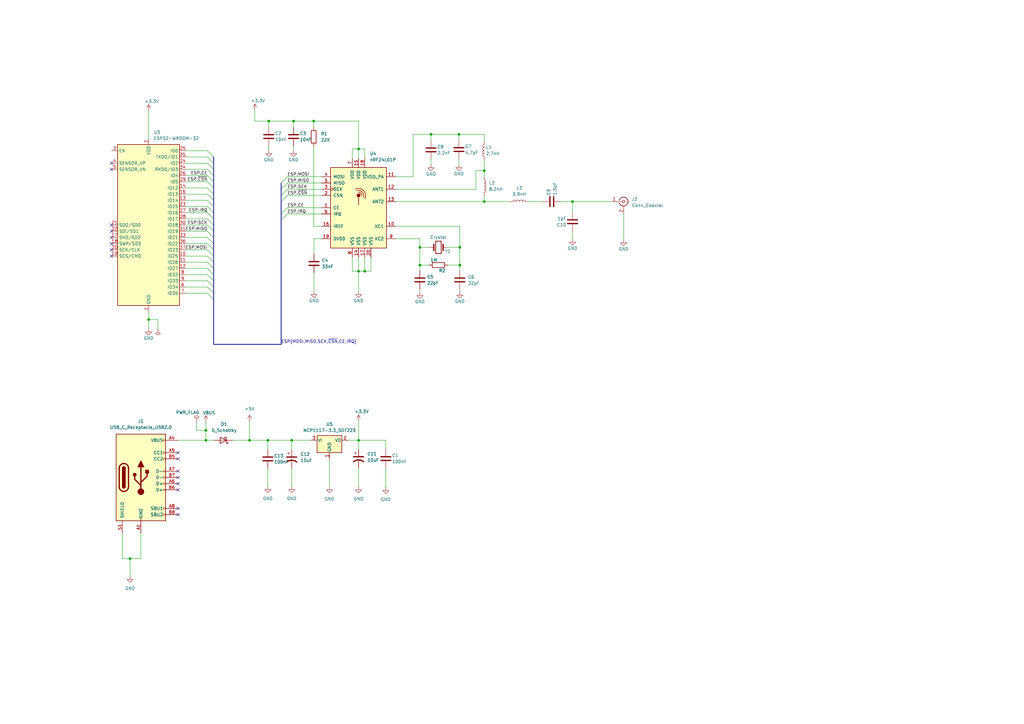
<source format=kicad_sch>
(kicad_sch (version 20211123) (generator eeschema)
  (paper "A3")
  (title_block (title "openDTU") (rev "1.0.1"))
  (lib_symbols
    (symbol "Connector:Conn_Coaxial" (pin_names (offset 1.016) hide)
      (property "Reference" "J" (at 0.254 3.048 0))
      (property "Value" "Conn_Coaxial" (at 2.921 0 90))
      (symbol "Conn_Coaxial_0_1"
        (arc (start -1.778 -0.508) (mid 0.2311 -1.8066) (end 1.778 0) (stroke (width 0.254)))
        (polyline (pts (xy -2.54 0) (xy -0.508 0)))
        (polyline (pts (xy 0 -2.54) (xy 0 -1.778)))
        (circle (center 0 0) (radius 0.508) (stroke (width 0.2032)))
        (arc (start 1.778 0) (mid 0.2099 1.8101) (end -1.778 0.508) (stroke (width 0.254)))
      )
      (symbol "Conn_Coaxial_1_1"
        (pin passive line (at -5.08 0 0) (length 2.54) (name "In") (number "1"))
        (pin passive line (at 0 -5.08 90) (length 2.54) (name "Ext") (number "2"))
      )
    )
    (symbol "Connector:USB_C_Receptacle_USB2.0" (pin_names (offset 1.016))
      (property "Reference" "J" (at -10.16 19.05 0))
      (property "Value" "USB_C_Receptacle_USB2.0" (at 19.05 19.05 0))
      (symbol "USB_C_Receptacle_USB2.0_0_0"
        (rectangle (start -0.254 -17.78) (end 0.254 -16.764))
        (rectangle (start 10.16 -14.986) (end 9.144 -15.494))
        (rectangle (start 10.16 -12.446) (end 9.144 -12.954))
        (rectangle (start 10.16 -4.826) (end 9.144 -5.334))
        (rectangle (start 10.16 -2.286) (end 9.144 -2.794))
        (rectangle (start 10.16 0.254) (end 9.144 -0.254))
        (rectangle (start 10.16 2.794) (end 9.144 2.286))
        (rectangle (start 10.16 7.874) (end 9.144 7.366))
        (rectangle (start 10.16 10.414) (end 9.144 9.906))
        (rectangle (start 10.16 15.494) (end 9.144 14.986))
      )
      (symbol "USB_C_Receptacle_USB2.0_0_1"
        (rectangle (start -10.16 17.78) (end 10.16 -17.78) (stroke (width 0.254)) (fill (type background)))
        (arc (start -8.89 -3.81) (mid -6.985 -5.715) (end -5.08 -3.81) (stroke (width 0.508)))
        (arc (start -7.62 -3.81) (mid -6.985 -4.445) (end -6.35 -3.81) (stroke (width 0.254)))
        (arc (start -7.62 -3.81) (mid -6.985 -4.445) (end -6.35 -3.81) (stroke (width 0.254)) (fill (type outline)))
        (rectangle (start -7.62 -3.81) (end -6.35 3.81) (stroke (width 0.254)) (fill (type outline)))
        (arc (start -6.35 3.81) (mid -6.985 4.445) (end -7.62 3.81) (stroke (width 0.254)))
        (arc (start -6.35 3.81) (mid -6.985 4.445) (end -7.62 3.81) (stroke (width 0.254)) (fill (type outline)))
        (arc (start -5.08 3.81) (mid -6.985 5.715) (end -8.89 3.81) (stroke (width 0.508)))
        (circle (center -2.54 1.143) (radius 0.635) (stroke (width 0.254)) (fill (type outline)))
        (circle (center 0 -5.842) (radius 1.27) (fill (type outline)))
        (polyline (pts (xy -8.89 -3.81) (xy -8.89 3.81)) (stroke (width 0.508)))
        (polyline (pts (xy -5.08 3.81) (xy -5.08 -3.81)) (stroke (width 0.508)))
        (polyline (pts (xy 0 -5.842) (xy 0 4.318)) (stroke (width 0.508)))
        (polyline (pts (xy 0 -3.302) (xy -2.54 -0.762) (xy -2.54 0.508)) (stroke (width 0.508)))
        (polyline (pts (xy 0 -2.032) (xy 2.54 0.508) (xy 2.54 1.778)) (stroke (width 0.508)))
        (polyline (pts (xy -1.27 4.318) (xy 0 6.858) (xy 1.27 4.318) (xy -1.27 4.318)) (stroke (width 0.254)) (fill (type outline)))
        (rectangle (start 1.905 1.778) (end 3.175 3.048) (stroke (width 0.254)) (fill (type outline)))
      )
      (symbol "USB_C_Receptacle_USB2.0_1_1"
        (pin passive line (at 0 -22.86 90) (length 5.08) (name "GND") (number "A1"))
        (pin passive line (at 0 -22.86 90) (length 5.08) hide (name "GND") (number "A12"))
        (pin passive line (at 15.24 15.24 180) (length 5.08) (name "VBUS") (number "A4"))
        (pin bidirectional line (at 15.24 10.16 180) (length 5.08) (name "CC1") (number "A5"))
        (pin bidirectional line (at 15.24 -2.54 180) (length 5.08) (name "D+") (number "A6"))
        (pin bidirectional line (at 15.24 2.54 180) (length 5.08) (name "D-") (number "A7"))
        (pin bidirectional line (at 15.24 -12.7 180) (length 5.08) (name "SBU1") (number "A8"))
        (pin passive line (at 15.24 15.24 180) (length 5.08) hide (name "VBUS") (number "A9"))
        (pin passive line (at 0 -22.86 90) (length 5.08) hide (name "GND") (number "B1"))
        (pin passive line (at 0 -22.86 90) (length 5.08) hide (name "GND") (number "B12"))
        (pin passive line (at 15.24 15.24 180) (length 5.08) hide (name "VBUS") (number "B4"))
        (pin bidirectional line (at 15.24 7.62 180) (length 5.08) (name "CC2") (number "B5"))
        (pin bidirectional line (at 15.24 -5.08 180) (length 5.08) (name "D+") (number "B6"))
        (pin bidirectional line (at 15.24 0 180) (length 5.08) (name "D-") (number "B7"))
        (pin bidirectional line (at 15.24 -15.24 180) (length 5.08) (name "SBU2") (number "B8"))
        (pin passive line (at 15.24 15.24 180) (length 5.08) hide (name "VBUS") (number "B9"))
        (pin passive line (at -7.62 -22.86 90) (length 5.08) (name "SHIELD") (number "S1"))
      )
    )
    (symbol "Device:C" (pin_numbers hide) (pin_names (offset 0.254))
      (property "Reference" "C" (at 0.635 2.54 0))
      (property "Value" "C" (at 0.635 -2.54 0))
      (symbol "C_0_1"
        (polyline (pts (xy -2.032 -0.762) (xy 2.032 -0.762)) (stroke (width 0.508)))
        (polyline (pts (xy -2.032 0.762) (xy 2.032 0.762)) (stroke (width 0.508)))
      )
      (symbol "C_1_1"
        (pin passive line (at 0 3.81 270) (length 2.794) (name "~") (number "1"))
        (pin passive line (at 0 -3.81 90) (length 2.794) (name "~") (number "2"))
      )
    )
    (symbol "Device:C_Polarized_US" (pin_numbers hide) (pin_names (offset 0.254) hide)
      (property "Reference" "C" (at 0.635 2.54 0))
      (property "Value" "C_Polarized_US" (at 0.635 -2.54 0))
      (symbol "C_Polarized_US_0_1"
        (polyline (pts (xy -2.032 0.762) (xy 2.032 0.762)) (stroke (width 0.508)))
        (polyline (pts (xy -1.778 2.286) (xy -0.762 2.286)))
        (polyline (pts (xy -1.27 1.778) (xy -1.27 2.794)))
        (arc (start 2.032 -1.27) (mid 0 -0.5572) (end -2.032 -1.27) (stroke (width 0.508)))
      )
      (symbol "C_Polarized_US_1_1"
        (pin passive line (at 0 3.81 270) (length 2.794) (name "~") (number "1"))
        (pin passive line (at 0 -3.81 90) (length 3.302) (name "~") (number "2"))
      )
    )
    (symbol "Device:Crystal" (pin_numbers hide) (pin_names (offset 1.016) hide)
      (property "Reference" "Y" (at 0 3.81 0))
      (property "Value" "Crystal" (at 0 -3.81 0))
      (symbol "Crystal_0_1"
        (rectangle (start -1.143 2.54) (end 1.143 -2.54) (stroke (width 0.3048)))
        (polyline (pts (xy -2.54 0) (xy -1.905 0)))
        (polyline (pts (xy -1.905 -1.27) (xy -1.905 1.27)) (stroke (width 0.508)))
        (polyline (pts (xy 1.905 -1.27) (xy 1.905 1.27)) (stroke (width 0.508)))
        (polyline (pts (xy 2.54 0) (xy 1.905 0)))
      )
      (symbol "Crystal_1_1"
        (pin passive line (at -3.81 0 0) (length 1.27) (name "1") (number "1"))
        (pin passive line (at 3.81 0 180) (length 1.27) (name "2") (number "2"))
      )
    )
    (symbol "Device:D_Schottky" (pin_numbers hide) (pin_names (offset 1.016) hide)
      (property "Reference" "D" (at 0 2.54 0))
      (property "Value" "D_Schottky" (at 0 -2.54 0))
      (symbol "D_Schottky_0_1"
        (polyline (pts (xy 1.27 0) (xy -1.27 0)))
        (polyline (pts (xy 1.27 1.27) (xy 1.27 -1.27) (xy -1.27 0) (xy 1.27 1.27)) (stroke (width 0.254)))
        (polyline (pts (xy -1.905 0.635) (xy -1.905 1.27) (xy -1.27 1.27) (xy -1.27 -1.27) (xy -0.635 -1.27) (xy -0.635 -0.635)) (stroke (width 0.254)))
      )
      (symbol "D_Schottky_1_1"
        (pin passive line (at -3.81 0 0) (length 2.54) (name "K") (number "1"))
        (pin passive line (at 3.81 0 180) (length 2.54) (name "A") (number "2"))
      )
    )
    (symbol "Device:L" (pin_numbers hide) (pin_names (offset 1.016) hide)
      (property "Reference" "L" (at -1.27 0 90))
      (property "Value" "L" (at 1.905 0 90))
      (symbol "L_0_1"
        (arc (start 0 -2.54) (mid 0.635 -1.905) (end 0 -1.27))
        (arc (start 0 -1.27) (mid 0.635 -0.635) (end 0 0))
        (arc (start 0 0) (mid 0.635 0.635) (end 0 1.27))
        (arc (start 0 1.27) (mid 0.635 1.905) (end 0 2.54))
      )
      (symbol "L_1_1"
        (pin passive line (at 0 3.81 270) (length 1.27) (name "1") (number "1"))
        (pin passive line (at 0 -3.81 90) (length 1.27) (name "2") (number "2"))
      )
    )
    (symbol "Device:R" (pin_numbers hide) (pin_names (offset 0))
      (property "Reference" "R" (at 2.032 0 90))
      (property "Value" "R" (at 0 0 90))
      (symbol "R_0_1"
        (rectangle (start -1.016 -2.54) (end 1.016 2.54) (stroke (width 0.254)))
      )
      (symbol "R_1_1"
        (pin passive line (at 0 3.81 270) (length 1.27) (name "~") (number "1"))
        (pin passive line (at 0 -3.81 90) (length 1.27) (name "~") (number "2"))
      )
    )
    (symbol "RF:nRF24L01P" (pin_names (offset 1.016))
      (property "Reference" "U" (at -11.43 17.78 0))
      (property "Value" "nRF24L01P" (at 5.08 17.78 0))
      (symbol "nRF24L01P_0_1"
        (rectangle (start -11.43 16.51) (end 11.43 -16.51) (stroke (width 0.254)) (fill (type background)))
        (polyline (pts (xy 0 4.445) (xy 0 1.27)) (stroke (width 0.254)))
        (circle (center 0 5.08) (radius 0.635) (stroke (width 0.254)) (fill (type outline)))
        (arc (start 1.27 5.08) (mid 0.9071 5.9946) (end 0 6.35) (stroke (width 0.254)))
        (arc (start 1.905 4.445) (mid 1.4313 6.5254) (end -0.635 6.985) (stroke (width 0.254)))
        (arc (start 2.54 3.81) (mid 2.008 7.088) (end -1.27 7.62) (stroke (width 0.254)))
        (rectangle (start 11.43 -13.97) (end 11.43 -13.97))
      )
      (symbol "nRF24L01P_1_1"
        (pin input line (at -15.24 0 0) (length 3.81) (name "CE") (number "1"))
        (pin passive line (at 15.24 -7.62 180) (length 3.81) (name "XC1") (number "10"))
        (pin power_out line (at 15.24 12.7 180) (length 3.81) (name "VDD_PA") (number "11"))
        (pin passive line (at 15.24 7.62 180) (length 3.81) (name "ANT1") (number "12"))
        (pin passive line (at 15.24 2.54 180) (length 3.81) (name "ANT2") (number "13"))
        (pin power_in line (at 0 -20.32 90) (length 3.81) (name "VSS") (number "14"))
        (pin power_in line (at 0 20.32 270) (length 3.81) (name "VDD") (number "15"))
        (pin passive line (at -15.24 -7.62 0) (length 3.81) (name "IREF") (number "16"))
        (pin power_in line (at 2.54 -20.32 90) (length 3.81) (name "VSS") (number "17"))
        (pin power_in line (at 2.54 20.32 270) (length 3.81) (name "VDD") (number "18"))
        (pin power_out line (at -15.24 -12.7 0) (length 3.81) (name "DVDD") (number "19"))
        (pin input line (at -15.24 5.08 0) (length 3.81) (name "CSN") (number "2"))
        (pin power_in line (at 5.08 -20.32 90) (length 3.81) (name "VSS") (number "20"))
        (pin input clock (at -15.24 7.62 0) (length 3.81) (name "SCK") (number "3"))
        (pin input line (at -15.24 12.7 0) (length 3.81) (name "MOSI") (number "4"))
        (pin output line (at -15.24 10.16 0) (length 3.81) (name "MISO") (number "5"))
        (pin output line (at -15.24 -2.54 0) (length 3.81) (name "IRQ") (number "6"))
        (pin power_in line (at -2.54 20.32 270) (length 3.81) (name "VDD") (number "7"))
        (pin power_in line (at -2.54 -20.32 90) (length 3.81) (name "VSS") (number "8"))
        (pin passive line (at 15.24 -12.7 180) (length 3.81) (name "XC2") (number "9"))
      )
    )
    (symbol "RF_Module:ESP32-WROOM-32"
      (property "Reference" "U" (at -12.7 34.29 0))
      (property "Value" "ESP32-WROOM-32" (at 1.27 34.29 0))
      (symbol "ESP32-WROOM-32_0_1"
        (rectangle (start -12.7 33.02) (end 12.7 -33.02) (stroke (width 0.254)) (fill (type background)))
      )
      (symbol "ESP32-WROOM-32_1_1"
        (pin power_in line (at 0 -35.56 90) (length 2.54) (name "GND") (number "1"))
        (pin bidirectional line (at 15.24 -12.7 180) (length 2.54) (name "IO25") (number "10"))
        (pin bidirectional line (at 15.24 -15.24 180) (length 2.54) (name "IO26") (number "11"))
        (pin bidirectional line (at 15.24 -17.78 180) (length 2.54) (name "IO27") (number "12"))
        (pin bidirectional line (at 15.24 10.16 180) (length 2.54) (name "IO14") (number "13"))
        (pin bidirectional line (at 15.24 15.24 180) (length 2.54) (name "IO12") (number "14"))
        (pin passive line (at 0 -35.56 90) (length 2.54) hide (name "GND") (number "15"))
        (pin bidirectional line (at 15.24 12.7 180) (length 2.54) (name "IO13") (number "16"))
        (pin bidirectional line (at -15.24 -5.08 0) (length 2.54) (name "SHD/SD2") (number "17"))
        (pin bidirectional line (at -15.24 -7.62 0) (length 2.54) (name "SWP/SD3") (number "18"))
        (pin bidirectional line (at -15.24 -12.7 0) (length 2.54) (name "SCS/CMD") (number "19"))
        (pin power_in line (at 0 35.56 270) (length 2.54) (name "VDD") (number "2"))
        (pin bidirectional line (at -15.24 -10.16 0) (length 2.54) (name "SCK/CLK") (number "20"))
        (pin bidirectional line (at -15.24 0 0) (length 2.54) (name "SDO/SD0") (number "21"))
        (pin bidirectional line (at -15.24 -2.54 0) (length 2.54) (name "SDI/SD1") (number "22"))
        (pin bidirectional line (at 15.24 7.62 180) (length 2.54) (name "IO15") (number "23"))
        (pin bidirectional line (at 15.24 25.4 180) (length 2.54) (name "IO2") (number "24"))
        (pin bidirectional line (at 15.24 30.48 180) (length 2.54) (name "IO0") (number "25"))
        (pin bidirectional line (at 15.24 20.32 180) (length 2.54) (name "IO4") (number "26"))
        (pin bidirectional line (at 15.24 5.08 180) (length 2.54) (name "IO16") (number "27"))
        (pin bidirectional line (at 15.24 2.54 180) (length 2.54) (name "IO17") (number "28"))
        (pin bidirectional line (at 15.24 17.78 180) (length 2.54) (name "IO5") (number "29"))
        (pin input line (at -15.24 30.48 0) (length 2.54) (name "EN") (number "3"))
        (pin bidirectional line (at 15.24 0 180) (length 2.54) (name "IO18") (number "30"))
        (pin bidirectional line (at 15.24 -2.54 180) (length 2.54) (name "IO19") (number "31"))
        (pin no_connect line (at -12.7 -27.94 0) (length 2.54) hide (name "NC") (number "32"))
        (pin bidirectional line (at 15.24 -5.08 180) (length 2.54) (name "IO21") (number "33"))
        (pin bidirectional line (at 15.24 22.86 180) (length 2.54) (name "RXD0/IO3") (number "34"))
        (pin bidirectional line (at 15.24 27.94 180) (length 2.54) (name "TXD0/IO1") (number "35"))
        (pin bidirectional line (at 15.24 -7.62 180) (length 2.54) (name "IO22") (number "36"))
        (pin bidirectional line (at 15.24 -10.16 180) (length 2.54) (name "IO23") (number "37"))
        (pin passive line (at 0 -35.56 90) (length 2.54) hide (name "GND") (number "38"))
        (pin passive line (at 0 -35.56 90) (length 2.54) hide (name "GND") (number "39"))
        (pin input line (at -15.24 25.4 0) (length 2.54) (name "SENSOR_VP") (number "4"))
        (pin input line (at -15.24 22.86 0) (length 2.54) (name "SENSOR_VN") (number "5"))
        (pin input line (at 15.24 -25.4 180) (length 2.54) (name "IO34") (number "6"))
        (pin input line (at 15.24 -27.94 180) (length 2.54) (name "IO35") (number "7"))
        (pin bidirectional line (at 15.24 -20.32 180) (length 2.54) (name "IO32") (number "8"))
        (pin bidirectional line (at 15.24 -22.86 180) (length 2.54) (name "IO33") (number "9"))
      )
    )
    (symbol "Regulator_Linear:NCP1117-3.3_SOT223" (pin_names (offset 0.254))
      (property "Reference" "U" (at -3.81 3.175 0))
      (property "Value" "NCP1117-3.3_SOT223" (at 0 3.175 0))
      (symbol "NCP1117-3.3_SOT223_0_1"
        (rectangle (start -5.08 -5.08) (end 5.08 1.905) (stroke (width 0.254)) (fill (type background)))
      )
      (symbol "NCP1117-3.3_SOT223_1_1"
        (pin power_in line (at 0 -7.62 90) (length 2.54) (name "GND") (number "1"))
        (pin power_out line (at 7.62 0 180) (length 2.54) (name "VO") (number "2"))
        (pin power_in line (at -7.62 0 0) (length 2.54) (name "VI") (number "3"))
      )
    )
    (symbol "power:+3.3V" (power) (pin_names (offset 0))
      (property "Value" "+3.3V" (at 0 3.556 0))
      (symbol "+3.3V_0_1"
        (polyline (pts (xy -0.762 1.27) (xy 0 2.54)))
        (polyline (pts (xy 0 0) (xy 0 2.54)))
        (polyline (pts (xy 0 2.54) (xy 0.762 1.27)))
      )
      (symbol "+3.3V_1_1"
        (pin power_in line (at 0 0 90) (length 0) hide (name "+3.3V") (number "1"))
      )
    )
    (symbol "power:+5V" (power) (pin_names (offset 0))
      (property "Value" "+5V" (at 0 3.556 0))
      (symbol "+5V_0_1"
        (polyline (pts (xy -0.762 1.27) (xy 0 2.54)))
        (polyline (pts (xy 0 0) (xy 0 2.54)))
        (polyline (pts (xy 0 2.54) (xy 0.762 1.27)))
      )
      (symbol "+5V_1_1"
        (pin power_in line (at 0 0 90) (length 0) hide (name "+5V") (number "1"))
      )
    )
    (symbol "power:GND" (power) (pin_names (offset 0))
      (property "Value" "GND" (at 0 -3.81 0))
      (symbol "GND_0_1"
        (polyline (pts (xy 0 0) (xy 0 -1.27) (xy 1.27 -1.27) (xy 0 -2.54) (xy -1.27 -1.27) (xy 0 -1.27)))
      )
      (symbol "GND_1_1"
        (pin power_in line (at 0 0 270) (length 0) hide (name "GND") (number "1"))
      )
    )
    (symbol "power:PWR_FLAG" (power) (pin_numbers hide) (pin_names (offset 0) hide)
      (property "Value" "PWR_FLAG" (at 0 3.81 0))
      (symbol "PWR_FLAG_0_0"
        (pin power_out line (at 0 0 90) (length 0) (name "pwr") (number "1"))
      )
      (symbol "PWR_FLAG_0_1"
        (polyline (pts (xy 0 0) (xy 0 1.27) (xy -1.016 1.905) (xy 0 2.54) (xy 1.016 1.905) (xy 0 1.27)))
      )
    )
    (symbol "power:VBUS" (power) (pin_names (offset 0))
      (property "Value" "VBUS" (at 0 3.81 0))
      (symbol "VBUS_0_1"
        (polyline (pts (xy -0.762 1.27) (xy 0 2.54)))
        (polyline (pts (xy 0 0) (xy 0 2.54)))
        (polyline (pts (xy 0 2.54) (xy 0.762 1.27)))
      )
      (symbol "VBUS_1_1"
        (pin power_in line (at 0 0 90) (length 0) hide (name "VBUS") (number "1"))
      )
    )
  )
  (bus_alias "ESP32" (members "MOSI" "MISO" "SCK" "CE" "IRQ" "~{CSN}"))
  (junction (at 119.634 180.594))
  (junction (at 84.455 176.53))
  (junction (at 149.606 111.252))
  (junction (at 188.595 101.473))
  (junction (at 147.066 180.594))
  (junction (at 172.212 101.473))
  (junction (at 172.212 108.712))
  (junction (at 176.784 55.118))
  (junction (at 120.396 49.657))
  (junction (at 84.455 180.594))
  (junction (at 198.628 82.677))
  (junction (at 60.96 131.064))
  (junction (at 128.651 49.657))
  (junction (at 198.628 69.977))
  (junction (at 102.362 180.594))
  (junction (at 234.823 82.677))
  (junction (at 110.236 49.657))
  (junction (at 147.066 61.087))
  (junction (at 188.214 55.118))
  (junction (at 53.34 229.108))
  (junction (at 109.855 180.594))
  (junction (at 188.595 108.712))
  (junction (at 147.066 111.252))
  (no_connect (at 45.72 105.029))
  (no_connect (at 45.72 102.489))
  (no_connect (at 45.72 97.409))
  (no_connect (at 45.72 94.869))
  (no_connect (at 45.72 99.949))
  (no_connect (at 45.72 92.329))
  (no_connect (at 45.72 66.929))
  (no_connect (at 45.72 69.469))
  (no_connect (at 73.025 198.374))
  (no_connect (at 73.025 200.914))
  (no_connect (at 73.025 208.534))
  (no_connect (at 73.025 211.074))
  (no_connect (at 73.025 185.674))
  (no_connect (at 73.025 188.214))
  (no_connect (at 73.025 193.294))
  (no_connect (at 73.025 195.834))
  (bus_entry (at 115.316 82.677) (size 2.54 -2.54))
  (bus_entry (at 115.316 80.137) (size 2.54 -2.54))
  (bus_entry (at 115.316 75.057) (size 2.54 -2.54))
  (bus_entry (at 115.316 77.597) (size 2.54 -2.54))
  (bus_entry (at 115.316 87.757) (size 2.54 -2.54))
  (bus_entry (at 115.316 90.297) (size 2.54 -2.54))
  (bus_entry (at 85.09 84.709) (size 2.54 2.54))
  (bus_entry (at 85.09 82.169) (size 2.54 2.54))
  (bus_entry (at 85.09 79.629) (size 2.54 2.54))
  (bus_entry (at 85.09 97.409) (size 2.54 2.54))
  (bus_entry (at 85.09 110.109) (size 2.54 2.54))
  (bus_entry (at 85.09 107.569) (size 2.54 2.54))
  (bus_entry (at 85.09 117.729) (size 2.54 2.54))
  (bus_entry (at 85.09 120.269) (size 2.54 2.54))
  (bus_entry (at 85.09 115.189) (size 2.54 2.54))
  (bus_entry (at 85.09 112.649) (size 2.54 2.54))
  (bus_entry (at 85.09 105.029) (size 2.54 2.54))
  (bus_entry (at 85.09 99.949) (size 2.54 2.54))
  (bus_entry (at 85.09 69.469) (size 2.54 2.54))
  (bus_entry (at 85.09 77.089) (size 2.54 2.54))
  (bus_entry (at 85.09 64.389) (size 2.54 2.54))
  (bus_entry (at 85.09 66.929) (size 2.54 2.54))
  (bus_entry (at 85.09 61.849) (size 2.54 2.54))
  (bus_entry (at 85.09 94.869) (size 2.54 2.54))
  (bus_entry (at 85.09 74.549) (size 2.54 2.54))
  (bus_entry (at 85.09 102.489) (size 2.54 2.54))
  (bus_entry (at 85.09 92.329) (size 2.54 2.54))
  (bus_entry (at 85.09 87.249) (size 2.54 2.54))
  (bus_entry (at 85.09 72.009) (size 2.54 2.54))
  (bus_entry (at 85.09 89.789) (size 2.54 2.54))
  (wire (pts (xy 76.2 92.329) (xy 85.09 92.329)))
  (wire (pts (xy 76.2 61.849) (xy 85.09 61.849)))
  (bus (pts (xy 87.63 94.869) (xy 87.63 97.409)))
  (wire (pts (xy 76.2 74.549) (xy 85.09 74.549)))
  (wire (pts (xy 149.606 111.252) (xy 147.066 111.252)))
  (wire (pts (xy 188.595 108.712) (xy 188.595 110.998)))
  (bus (pts (xy 87.63 115.189) (xy 87.63 117.729)))
  (wire (pts (xy 117.856 85.217) (xy 131.826 85.217)))
  (wire (pts (xy 84.455 180.594) (xy 84.455 176.53)))
  (wire (pts (xy 76.2 112.649) (xy 85.09 112.649)))
  (bus (pts (xy 87.63 77.089) (xy 87.63 79.629)))
  (wire (pts (xy 135.128 188.214) (xy 135.128 199.644)))
  (wire (pts (xy 147.066 105.537) (xy 147.066 111.252)))
  (wire (pts (xy 158.242 180.594) (xy 147.066 180.594)))
  (wire (pts (xy 234.823 82.677) (xy 250.698 82.677)))
  (wire (pts (xy 117.856 72.517) (xy 131.826 72.517)))
  (wire (pts (xy 147.066 172.72) (xy 147.066 180.594)))
  (wire (pts (xy 198.628 57.912) (xy 198.628 55.118)))
  (wire (pts (xy 128.778 111.887) (xy 128.778 119.507)))
  (wire (pts (xy 76.2 97.409) (xy 85.09 97.409)))
  (wire (pts (xy 158.242 191.897) (xy 158.242 199.898)))
  (wire (pts (xy 80.645 176.53) (xy 84.455 176.53)))
  (wire (pts (xy 188.595 108.712) (xy 183.642 108.712)))
  (wire (pts (xy 57.785 218.694) (xy 57.785 229.108)))
  (bus (pts (xy 87.63 122.809) (xy 87.63 141.224)))
  (wire (pts (xy 198.628 69.977) (xy 198.628 72.517)))
  (bus (pts (xy 87.63 92.329) (xy 87.63 94.869)))
  (bus (pts (xy 87.63 141.224) (xy 115.316 141.224)))
  (wire (pts (xy 216.789 82.677) (xy 222.504 82.677)))
  (wire (pts (xy 76.2 102.489) (xy 85.09 102.489)))
  (wire (pts (xy 76.2 69.469) (xy 85.09 69.469)))
  (wire (pts (xy 110.236 49.657) (xy 120.396 49.657)))
  (wire (pts (xy 172.212 118.618) (xy 172.212 119.888)))
  (wire (pts (xy 120.396 49.657) (xy 128.651 49.657)))
  (wire (pts (xy 172.212 108.712) (xy 176.022 108.712)))
  (wire (pts (xy 76.2 110.109) (xy 85.09 110.109)))
  (bus (pts (xy 87.63 79.629) (xy 87.63 82.169)))
  (wire (pts (xy 60.96 45.466) (xy 60.96 56.769)))
  (wire (pts (xy 234.823 94.742) (xy 234.823 98.044)))
  (wire (pts (xy 188.214 65.151) (xy 188.214 67.437)))
  (wire (pts (xy 76.2 115.189) (xy 85.09 115.189)))
  (wire (pts (xy 195.199 69.977) (xy 198.628 69.977)))
  (wire (pts (xy 95.377 180.594) (xy 102.362 180.594)))
  (wire (pts (xy 176.784 57.658) (xy 176.784 55.118)))
  (wire (pts (xy 117.856 77.597) (xy 131.826 77.597)))
  (wire (pts (xy 50.165 229.108) (xy 53.34 229.108)))
  (wire (pts (xy 53.34 229.108) (xy 57.785 229.108)))
  (wire (pts (xy 109.855 180.594) (xy 109.855 184.404)))
  (wire (pts (xy 117.856 75.057) (xy 131.826 75.057)))
  (wire (pts (xy 255.778 87.757) (xy 255.778 98.298)))
  (wire (pts (xy 84.455 180.594) (xy 87.757 180.594)))
  (bus (pts (xy 87.63 112.649) (xy 87.63 115.189)))
  (wire (pts (xy 128.778 97.917) (xy 128.778 104.267)))
  (wire (pts (xy 104.521 45.212) (xy 104.521 49.657)))
  (bus (pts (xy 87.63 110.109) (xy 87.63 112.649)))
  (bus (pts (xy 87.63 84.709) (xy 87.63 87.249)))
  (wire (pts (xy 128.651 59.944) (xy 128.651 92.837)))
  (wire (pts (xy 198.628 80.137) (xy 198.628 82.677)))
  (bus (pts (xy 87.63 105.029) (xy 87.63 107.569)))
  (wire (pts (xy 53.34 236.347) (xy 53.34 229.108)))
  (wire (pts (xy 149.606 61.087) (xy 147.066 61.087)))
  (wire (pts (xy 76.2 77.089) (xy 85.09 77.089)))
  (bus (pts (xy 115.316 75.057) (xy 115.316 77.597)))
  (wire (pts (xy 147.066 61.087) (xy 147.066 64.897)))
  (wire (pts (xy 188.595 118.618) (xy 188.595 119.761)))
  (wire (pts (xy 144.526 105.537) (xy 144.526 111.252)))
  (wire (pts (xy 172.212 108.712) (xy 172.212 110.998)))
  (wire (pts (xy 64.77 131.064) (xy 64.77 134.874)))
  (wire (pts (xy 188.214 55.118) (xy 198.628 55.118)))
  (wire (pts (xy 152.146 111.252) (xy 149.606 111.252)))
  (bus (pts (xy 87.63 66.929) (xy 87.63 69.469)))
  (wire (pts (xy 152.146 105.537) (xy 152.146 111.252)))
  (wire (pts (xy 172.212 101.473) (xy 176.022 101.473)))
  (wire (pts (xy 76.2 107.569) (xy 85.09 107.569)))
  (wire (pts (xy 230.124 82.677) (xy 234.823 82.677)))
  (wire (pts (xy 73.025 180.594) (xy 84.455 180.594)))
  (wire (pts (xy 50.165 229.108) (xy 50.165 218.694)))
  (wire (pts (xy 109.855 180.594) (xy 119.634 180.594)))
  (bus (pts (xy 87.63 99.949) (xy 87.63 102.489)))
  (wire (pts (xy 144.526 61.087) (xy 147.066 61.087)))
  (wire (pts (xy 147.066 191.897) (xy 147.066 199.644)))
  (wire (pts (xy 147.066 49.657) (xy 147.066 61.087)))
  (wire (pts (xy 195.199 77.597) (xy 195.199 69.977)))
  (wire (pts (xy 60.96 127.889) (xy 60.96 131.064)))
  (wire (pts (xy 128.651 92.837) (xy 131.826 92.837)))
  (wire (pts (xy 76.2 120.269) (xy 85.09 120.269)))
  (wire (pts (xy 104.521 49.657) (xy 110.236 49.657)))
  (wire (pts (xy 198.628 65.532) (xy 198.628 69.977)))
  (wire (pts (xy 119.634 180.594) (xy 127.508 180.594)))
  (bus (pts (xy 115.316 80.137) (xy 115.316 82.677)))
  (wire (pts (xy 76.2 84.709) (xy 85.09 84.709)))
  (wire (pts (xy 172.212 97.917) (xy 172.212 101.473)))
  (wire (pts (xy 76.2 72.009) (xy 85.09 72.009)))
  (bus (pts (xy 115.316 82.677) (xy 115.316 87.757)))
  (wire (pts (xy 172.212 101.473) (xy 172.212 108.712)))
  (wire (pts (xy 60.96 131.064) (xy 60.96 134.874)))
  (bus (pts (xy 87.63 87.249) (xy 87.63 89.789)))
  (wire (pts (xy 169.418 72.517) (xy 162.306 72.517)))
  (wire (pts (xy 110.236 49.657) (xy 110.236 52.197)))
  (wire (pts (xy 158.242 184.277) (xy 158.242 180.594)))
  (wire (pts (xy 76.2 87.249) (xy 85.09 87.249)))
  (bus (pts (xy 87.63 74.549) (xy 87.63 77.089)))
  (bus (pts (xy 87.63 120.269) (xy 87.63 122.809)))
  (wire (pts (xy 198.628 82.677) (xy 209.169 82.677)))
  (wire (pts (xy 162.306 97.917) (xy 172.212 97.917)))
  (wire (pts (xy 176.784 65.278) (xy 176.784 67.564)))
  (bus (pts (xy 87.63 107.569) (xy 87.63 110.109)))
  (wire (pts (xy 169.418 55.118) (xy 176.784 55.118)))
  (wire (pts (xy 183.642 101.473) (xy 188.595 101.473)))
  (bus (pts (xy 87.63 69.469) (xy 87.63 72.009)))
  (wire (pts (xy 110.236 59.817) (xy 110.236 61.722)))
  (wire (pts (xy 131.826 97.917) (xy 128.778 97.917)))
  (wire (pts (xy 76.2 64.389) (xy 85.09 64.389)))
  (bus (pts (xy 115.316 77.597) (xy 115.316 80.137)))
  (bus (pts (xy 87.63 102.489) (xy 87.63 105.029)))
  (wire (pts (xy 147.066 180.594) (xy 147.066 184.277)))
  (wire (pts (xy 76.2 79.629) (xy 85.09 79.629)))
  (wire (pts (xy 76.2 94.869) (xy 85.09 94.869)))
  (wire (pts (xy 76.2 117.729) (xy 85.09 117.729)))
  (wire (pts (xy 162.306 92.837) (xy 188.595 92.837)))
  (wire (pts (xy 117.856 87.757) (xy 131.826 87.757)))
  (wire (pts (xy 119.634 192.024) (xy 119.634 199.517)))
  (wire (pts (xy 76.2 99.949) (xy 85.09 99.949)))
  (wire (pts (xy 109.855 192.024) (xy 109.855 199.517)))
  (wire (pts (xy 162.306 77.597) (xy 195.199 77.597)))
  (wire (pts (xy 149.606 64.897) (xy 149.606 61.087)))
  (wire (pts (xy 188.595 101.473) (xy 188.595 108.712)))
  (wire (pts (xy 147.066 111.252) (xy 147.066 119.507)))
  (wire (pts (xy 234.823 82.677) (xy 234.823 87.122)))
  (bus (pts (xy 115.316 90.297) (xy 115.316 141.224)))
  (bus (pts (xy 87.63 89.789) (xy 87.63 92.329)))
  (wire (pts (xy 76.2 66.929) (xy 85.09 66.929)))
  (wire (pts (xy 149.606 105.537) (xy 149.606 111.252)))
  (wire (pts (xy 169.418 55.118) (xy 169.418 72.517)))
  (wire (pts (xy 188.214 57.531) (xy 188.214 55.118)))
  (wire (pts (xy 128.651 49.657) (xy 147.066 49.657)))
  (bus (pts (xy 87.63 64.389) (xy 87.63 66.929)))
  (wire (pts (xy 188.595 92.837) (xy 188.595 101.473)))
  (wire (pts (xy 144.526 111.252) (xy 147.066 111.252)))
  (wire (pts (xy 120.396 59.817) (xy 120.396 61.722)))
  (bus (pts (xy 115.316 87.757) (xy 115.316 90.297)))
  (bus (pts (xy 87.63 82.169) (xy 87.63 84.709)))
  (wire (pts (xy 80.645 172.974) (xy 80.645 176.53)))
  (wire (pts (xy 144.526 64.897) (xy 144.526 61.087)))
  (bus (pts (xy 87.63 117.729) (xy 87.63 120.269)))
  (wire (pts (xy 102.362 172.847) (xy 102.362 180.594)))
  (wire (pts (xy 162.306 82.677) (xy 198.628 82.677)))
  (wire (pts (xy 117.856 80.137) (xy 131.826 80.137)))
  (wire (pts (xy 142.748 180.594) (xy 147.066 180.594)))
  (wire (pts (xy 64.77 131.064) (xy 60.96 131.064)))
  (wire (pts (xy 102.362 180.594) (xy 109.855 180.594)))
  (bus (pts (xy 87.63 72.009) (xy 87.63 74.422)))
  (wire (pts (xy 119.634 180.594) (xy 119.634 184.404)))
  (wire (pts (xy 176.784 55.118) (xy 188.214 55.118)))
  (wire (pts (xy 76.2 105.029) (xy 85.09 105.029)))
  (wire (pts (xy 120.396 49.657) (xy 120.396 52.197)))
  (wire (pts (xy 76.2 89.789) (xy 85.09 89.789)))
  (wire (pts (xy 84.455 176.53) (xy 84.455 172.974)))
  (wire (pts (xy 76.2 82.169) (xy 85.09 82.169)))
  (bus (pts (xy 87.63 97.409) (xy 87.63 99.949)))
  (wire (pts (xy 128.651 49.657) (xy 128.651 52.324)))
  (label "ESP.SCK" (at 117.856 77.597 0))
  (label "ESP.IRQ" (at 85.09 87.249 180))
  (label "ESP.MISO" (at 85.09 94.869 180))
  (label "ESP.~{CSN}" (at 117.856 80.137 0))
  (label "ESP.MISO" (at 117.856 75.057 0))
  (label "ESP.MOSI" (at 117.856 72.517 0))
  (label "ESP{MOSI,MISO,SCK,~{CSN},CE,IRQ}" (at 115.316 141.097 0))
  (label "ESP.MOSI" (at 85.09 102.489 180))
  (label "ESP.SCK" (at 85.09 92.329 180))
  (label "ESP.~{CSN}" (at 85.09 74.549 180))
  (label "ESP.IRQ" (at 117.856 87.757 0))
  (label "ESP.CE" (at 117.856 85.217 0))
  (label "ESP.CE" (at 85.09 72.009 180))
  (symbol (lib_id "power:PWR_FLAG") (at 80.645 172.974 0) (unit 1)
    (property "Reference" "#FLG0101" (effects hide))
    (property "Value" "PWR_FLAG" (at 76.962 169.164 0))
  )
  (symbol (lib_id "power:GND") (at 53.34 236.347 0) (unit 1)
    (property "Reference" "#PWR013" (effects hide))
    (property "Value" "GND" (at 53.34 241.3 0))
  )
  (symbol (lib_id "power:GND") (at 255.778 98.298 0) (unit 1)
    (property "Reference" "#PWR0108" (effects hide))
    (property "Value" "GND" (at 255.778 102.108 0))
  )
  (symbol (lib_id "power:GND") (at 120.396 61.722 0) (unit 1)
    (property "Reference" "#PWR0101" (effects hide))
    (property "Value" "GND" (at 120.396 65.532 0))
  )
  (symbol (lib_id "Device:C") (at 188.214 61.341 0) (unit 1)
    (property "Reference" "C7" (at 190.754 60.071 0) (effects (justify left)))
    (property "Value" "4.7pF" (at 190.754 62.611 0) (effects (justify left)))
    (property "Footprint" "Capacitor_SMD:C_0603_1608Metric_Pad1.08x0.95mm_HandSolder" (effects hide))
  )
  (symbol (lib_id "power:GND") (at 110.236 61.722 0) (unit 1)
    (property "Reference" "#PWR0103" (effects hide))
    (property "Value" "GND" (at 110.236 65.532 0))
  )
  (symbol (lib_id "Device:Crystal") (at 179.832 101.473 0) (unit 1)
    (property "Reference" "Y1" (at 183.642 102.997 0))
    (property "Value" "Crystal" (at 179.832 97.282 0))
    (property "Footprint" "Crystal:Crystal_SMD_3225-4Pin_3.2x2.5mm" (effects hide))
  )
  (symbol (lib_id "Device:R") (at 179.832 108.712 90) (unit 1)
    (property "Reference" "R2" (at 181.356 110.998 90))
    (property "Value" "1M" (at 177.927 106.68 90))
    (property "Footprint" "Resistor_SMD:R_0603_1608Metric_Pad0.98x0.95mm_HandSolder" (effects hide))
  )
  (symbol (lib_id "Device:C") (at 172.212 114.808 0) (unit 1)
    (property "Reference" "C5" (at 175.133 113.538 0) (effects (justify left)))
    (property "Value" "22pF" (at 175.133 116.078 0) (effects (justify left)))
    (property "Footprint" "Capacitor_SMD:C_0603_1608Metric_Pad1.08x0.95mm_HandSolder" (effects hide))
  )
  (symbol (lib_id "Device:L") (at 212.979 82.677 90) (unit 1)
    (property "Reference" "L3" (at 212.979 77.089 90))
    (property "Value" "3.9nH" (at 212.979 79.629 90))
    (property "Footprint" "Inductor_SMD:L_0603_1608Metric_Pad1.05x0.95mm_HandSolder" (effects hide))
  )
  (symbol (lib_id "Device:C") (at 128.778 108.077 0) (unit 1)
    (property "Reference" "C4" (at 131.953 106.8069 0) (effects (justify left)))
    (property "Value" "33nF" (at 131.953 109.3469 0) (effects (justify left)))
    (property "Footprint" "Capacitor_SMD:C_0603_1608Metric_Pad1.08x0.95mm_HandSolder" (effects hide))
  )
  (symbol (lib_id "power:GND") (at 147.066 199.644 0) (unit 1)
    (property "Reference" "#PWR017" (effects hide))
    (property "Value" "GND" (at 147.066 204.597 0))
  )
  (symbol (lib_id "Device:L") (at 198.628 61.722 180) (unit 1)
    (property "Reference" "L1" (at 199.263 60.4519 0) (effects (justify right)))
    (property "Value" "2.7nH" (at 199.263 62.9919 0) (effects (justify right)))
    (property "Footprint" "Inductor_SMD:L_0603_1608Metric_Pad1.05x0.95mm_HandSolder" (effects hide))
  )
  (symbol (lib_id "power:+3.3V") (at 104.521 45.212 0) (unit 1)
    (property "Reference" "#PWR0102" (effects hide))
    (property "Value" "+3.3V" (at 105.791 41.275 0))
  )
  (symbol (lib_id "Device:C") (at 110.236 56.007 0) (unit 1)
    (property "Reference" "C2" (at 112.776 54.737 0) (effects (justify left)))
    (property "Value" "10nF" (at 112.776 57.277 0) (effects (justify left)))
    (property "Footprint" "Capacitor_SMD:C_0603_1608Metric_Pad1.08x0.95mm_HandSolder" (effects hide))
  )
  (symbol (lib_id "power:GND") (at 158.242 199.898 0) (unit 1)
    (property "Reference" "#PWR0110" (effects hide))
    (property "Value" "GND" (at 158.242 204.851 0))
  )
  (symbol (lib_id "power:GND") (at 147.066 119.507 0) (unit 1)
    (property "Reference" "#PWR0104" (effects hide))
    (property "Value" "GND" (at 147.066 123.317 0))
  )
  (symbol (lib_id "power:GND") (at 109.855 199.517 0) (unit 1)
    (property "Reference" "#PWR0109" (effects hide))
    (property "Value" "GND" (at 109.855 204.47 0))
  )
  (symbol (lib_id "Regulator_Linear:NCP1117-3.3_SOT223") (at 135.128 180.594 0) (unit 1)
    (property "Reference" "U5" (at 135.128 173.99 0))
    (property "Value" "NCP1117-3.3_SOT223" (at 135.128 176.53 0))
    (property "Footprint" "Package_TO_SOT_SMD:SOT-223-3_TabPin2" (effects hide))
    (property "Datasheet" "http://www.onsemi.com/pub_link/Collateral/NCP1117-D.PDF" (effects hide))
  )
  (symbol (lib_id "Device:D_Schottky") (at 91.567 180.594 180) (unit 1)
    (property "Reference" "D1" (at 91.8845 173.99 0))
    (property "Value" "D_Schottky" (at 91.8845 176.53 0))
    (property "Footprint" "Diode_SMD:D_1206_3216Metric" (effects hide))
  )
  (symbol (lib_id "power:GND") (at 234.823 98.044 0) (unit 1)
    (property "Reference" "#PWR010" (effects hide))
    (property "Value" "GND" (at 234.823 101.854 0))
  )
  (symbol (lib_id "power:GND") (at 188.214 67.437 0) (unit 1)
    (property "Reference" "#PWR08" (effects hide))
    (property "Value" "GND" (at 188.214 71.247 0))
  )
  (symbol (lib_id "Device:C") (at 109.855 188.214 0) (unit 1)
    (property "Reference" "C13" (at 112.395 186.944 0) (effects (justify left)))
    (property "Value" "100nF" (at 112.395 189.484 0) (effects (justify left)))
    (property "Footprint" "Capacitor_SMD:C_0603_1608Metric_Pad1.08x0.95mm_HandSolder" (effects hide))
  )
  (symbol (lib_id "power:+5V") (at 102.362 172.847 0) (unit 1)
    (property "Reference" "#PWR011" (effects hide))
    (property "Value" "+5V" (at 102.362 167.64 0))
  )
  (symbol (lib_id "power:+3.3V") (at 147.066 172.72 0) (unit 1)
    (property "Reference" "#PWR014" (effects hide))
    (property "Value" "+3.3V" (at 148.336 168.783 0))
  )
  (symbol (lib_id "Device:C") (at 158.242 188.087 0) (unit 1)
    (property "Reference" "C1" (at 160.782 186.817 0) (effects (justify left)))
    (property "Value" "100nF" (at 160.782 189.357 0) (effects (justify left)))
    (property "Footprint" "Capacitor_SMD:C_0603_1608Metric_Pad1.08x0.95mm_HandSolder" (effects hide))
  )
  (symbol (lib_id "power:VBUS") (at 84.455 172.974 0) (unit 1)
    (property "Reference" "#PWR012" (effects hide))
    (property "Value" "VBUS" (at 85.725 169.291 0))
  )
  (symbol (lib_id "power:GND") (at 176.784 67.564 0) (unit 1)
    (property "Reference" "#PWR09" (effects hide))
    (property "Value" "GND" (at 176.784 71.374 0))
  )
  (symbol (lib_id "Device:C") (at 176.784 61.468 0) (unit 1)
    (property "Reference" "C8" (at 179.324 60.198 0) (effects (justify left)))
    (property "Value" "2.2nF" (at 179.324 62.738 0) (effects (justify left)))
    (property "Footprint" "Capacitor_SMD:C_0603_1608Metric_Pad1.08x0.95mm_HandSolder" (effects hide))
  )
  (symbol (lib_id "Device:C_Polarized_US") (at 147.066 188.087 0) (unit 1)
    (property "Reference" "C11" (at 150.622 186.1819 0) (effects (justify left)))
    (property "Value" "10uF" (at 150.622 188.7219 0) (effects (justify left)))
    (property "Footprint" "Capacitor_SMD:C_1210_3225Metric_Pad1.33x2.70mm_HandSolder" (effects hide))
  )
  (symbol (lib_id "power:GND") (at 128.778 119.507 0) (unit 1)
    (property "Reference" "#PWR0107" (effects hide))
    (property "Value" "GND" (at 128.778 123.317 0))
  )
  (symbol (lib_id "RF_Module:ESP32-WROOM-32") (at 60.96 92.329 0) (unit 1)
    (property "Reference" "U3" (at 62.9794 54.229 0) (effects (justify left)))
    (property "Value" "ESP32-WROOM-32" (at 62.9794 56.769 0) (effects (justify left)))
    (property "Footprint" "RF_Module:ESP32-WROOM-32" (effects hide))
    (property "Datasheet" "https://www.espressif.com/sites/default/files/documentation/esp32-wroom-32_datasheet_en.pdf" (effects hide))
  )
  (symbol (lib_id "Device:C_Polarized_US") (at 119.634 188.214 0) (unit 1)
    (property "Reference" "C12" (at 123.19 186.3089 0) (effects (justify left)))
    (property "Value" "10uF" (at 123.19 188.8489 0) (effects (justify left)))
    (property "Footprint" "Capacitor_SMD:C_1210_3225Metric_Pad1.33x2.70mm_HandSolder" (effects hide))
  )
  (symbol (lib_id "RF:nRF24L01P") (at 147.066 85.217 0) (unit 1)
    (property "Reference" "U4" (at 151.6254 62.992 0) (effects (justify left)))
    (property "Value" "nRF24L01P" (at 151.6254 65.532 0) (effects (justify left)))
    (property "Footprint" "Package_DFN_QFN:QFN-20-1EP_4x4mm_P0.5mm_EP2.5x2.5mm" (effects hide))
    (property "Datasheet" "http://www.nordicsemi.com/eng/content/download/2726/34069/file/nRF24L01P_Product_Specification_1_0.pdf" (effects hide))
  )
  (symbol (lib_id "power:GND") (at 135.128 199.644 0) (unit 1)
    (property "Reference" "#PWR016" (effects hide))
    (property "Value" "GND" (at 135.128 204.597 0))
  )
  (symbol (lib_id "Device:C") (at 120.396 56.007 0) (unit 1)
    (property "Reference" "C3" (at 122.936 54.737 0) (effects (justify left)))
    (property "Value" "10nF" (at 122.936 57.277 0) (effects (justify left)))
    (property "Footprint" "Capacitor_SMD:C_0603_1608Metric_Pad1.08x0.95mm_HandSolder" (effects hide))
  )
  (symbol (lib_id "Device:L") (at 198.628 76.327 0) (unit 1)
    (property "Reference" "L2" (at 200.533 75.0569 0) (effects (justify left)))
    (property "Value" "8.2nH" (at 200.533 77.5969 0) (effects (justify left)))
    (property "Footprint" "Inductor_SMD:L_0603_1608Metric_Pad1.05x0.95mm_HandSolder" (effects hide))
  )
  (symbol (lib_id "Device:C") (at 226.314 82.677 90) (unit 1)
    (property "Reference" "C9" (at 225.044 80.137 0) (effects (justify left)))
    (property "Value" "1.5pF" (at 227.584 80.137 0) (effects (justify left)))
    (property "Footprint" "Capacitor_SMD:C_0603_1608Metric_Pad1.08x0.95mm_HandSolder" (effects hide))
  )
  (symbol (lib_id "power:PWR_FLAG") (at 64.77 134.874 180) (unit 1)
    (property "Reference" "#FLG02" (effects hide))
    (property "Value" "PWR_FLAG" (effects hide))
  )
  (symbol (lib_id "power:GND") (at 188.595 119.761 0) (unit 1)
    (property "Reference" "#PWR0106" (effects hide))
    (property "Value" "GND" (at 188.595 123.571 0))
  )
  (symbol (lib_id "power:+3.3V") (at 60.96 45.466 0) (unit 1)
    (property "Reference" "#PWR06" (effects hide))
    (property "Value" "+3.3V" (at 62.23 41.529 0))
  )
  (symbol (lib_id "power:GND") (at 60.96 134.874 0) (unit 1)
    (property "Reference" "#PWR07" (effects hide))
    (property "Value" "GND" (at 60.96 138.684 0))
  )
  (symbol (lib_id "Connector:Conn_Coaxial") (at 255.778 82.677 0) (unit 1)
    (property "Reference" "J2" (at 259.08 81.7001 0) (effects (justify left)))
    (property "Value" "Conn_Coaxial" (at 259.08 84.2401 0) (effects (justify left)))
    (property "Footprint" "Connector_Coaxial:SMA_Molex_73251-2200_Horizontal" (effects hide))
    (property "Datasheet" " ~" (effects hide))
  )
  (symbol (lib_id "power:GND") (at 119.634 199.517 0) (unit 1)
    (property "Reference" "#PWR015" (effects hide))
    (property "Value" "GND" (at 119.634 204.47 0))
  )
  (symbol (lib_id "Device:R") (at 128.651 56.134 0) (unit 1)
    (property "Reference" "R1" (at 131.572 54.8639 0) (effects (justify left)))
    (property "Value" "22K" (at 131.572 57.4039 0) (effects (justify left)))
    (property "Footprint" "Resistor_SMD:R_0603_1608Metric_Pad0.98x0.95mm_HandSolder" (effects hide))
  )
  (symbol (lib_id "Device:C") (at 188.595 114.808 0) (unit 1)
    (property "Reference" "C6" (at 191.897 113.665 0) (effects (justify left)))
    (property "Value" "22pF" (at 191.897 116.205 0) (effects (justify left)))
    (property "Footprint" "Capacitor_SMD:C_0603_1608Metric_Pad1.08x0.95mm_HandSolder" (effects hide))
  )
  (symbol (lib_id "power:GND") (at 172.212 119.888 0) (unit 1)
    (property "Reference" "#PWR0105" (effects hide))
    (property "Value" "GND" (at 172.212 123.698 0))
  )
  (symbol (lib_id "Connector:USB_C_Receptacle_USB2.0") (at 57.785 195.834 0) (unit 1)
    (property "Reference" "J1" (at 57.785 172.72 0))
    (property "Value" "USB_C_Receptacle_USB2.0" (at 57.785 175.26 0))
    (property "Footprint" "Connector_USB:USB_C_Receptacle_GCT_USB4085" (effects hide))
    (property "Datasheet" "https://www.usb.org/sites/default/files/documents/usb_type-c.zip" (effects hide))
  )
  (symbol (lib_id "Device:C") (at 234.823 90.932 180) (unit 1)
    (property "Reference" "C10" (at 232.283 92.202 0) (effects (justify left)))
    (property "Value" "1pF" (at 232.283 89.662 0) (effects (justify left)))
    (property "Footprint" "Capacitor_SMD:C_0603_1608Metric_Pad1.08x0.95mm_HandSolder" (effects hide))
  )
)
</source>
